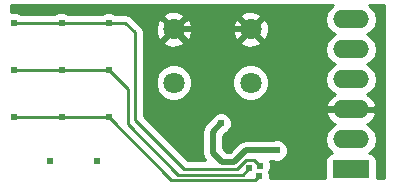
<source format=gbl>
G04 #@! TF.FileFunction,Copper,L2,Bot,Signal*
%FSLAX46Y46*%
G04 Gerber Fmt 4.6, Leading zero omitted, Abs format (unit mm)*
G04 Created by KiCad (PCBNEW 4.0.7) date 03/28/18 22:17:57*
%MOMM*%
%LPD*%
G01*
G04 APERTURE LIST*
%ADD10C,0.100000*%
%ADD11R,3.048000X1.524000*%
%ADD12O,3.048000X1.524000*%
%ADD13C,1.800000*%
%ADD14C,0.609600*%
%ADD15C,0.508000*%
%ADD16C,0.254000*%
G04 APERTURE END LIST*
D10*
D11*
X170500000Y-95100000D03*
D12*
X170500000Y-92560000D03*
X170500000Y-90020000D03*
X170500000Y-87480000D03*
X170500000Y-84940000D03*
X170500000Y-82400000D03*
D13*
X155500000Y-83250000D03*
X162000000Y-83250000D03*
X155500000Y-87750000D03*
X162000000Y-87750000D03*
D14*
X160250000Y-93500000D03*
X161000000Y-91200000D03*
X164200000Y-93500000D03*
X159500000Y-91200000D03*
X162800000Y-94800000D03*
X150000000Y-82700000D03*
X146000000Y-82700000D03*
X142000000Y-82700000D03*
X161900000Y-95000000D03*
X142000000Y-86700000D03*
X146000000Y-86700000D03*
X150000000Y-86700000D03*
X162700000Y-95700000D03*
X150000000Y-90700000D03*
X146000000Y-90700000D03*
X142000000Y-90700000D03*
X145000000Y-94400000D03*
X149000000Y-94400000D03*
D15*
X162000000Y-83250000D02*
X160727208Y-83250000D01*
X160727208Y-83250000D02*
X155500000Y-83250000D01*
X164000000Y-90020000D02*
X170500000Y-90020000D01*
X162180000Y-90020000D02*
X164000000Y-90020000D01*
X164000000Y-90020000D02*
X164000000Y-85250000D01*
X164000000Y-85250000D02*
X162000000Y-83250000D01*
X161000000Y-91200000D02*
X162180000Y-90020000D01*
X160250000Y-93500000D02*
X160250000Y-91950000D01*
X160250000Y-91950000D02*
X161000000Y-91200000D01*
X158800000Y-93700000D02*
X158800000Y-91900000D01*
X158800000Y-91900000D02*
X159500000Y-91200000D01*
X159600000Y-94500000D02*
X158800000Y-93700000D01*
X160600000Y-94500000D02*
X159600000Y-94500000D01*
X161600000Y-93500000D02*
X160600000Y-94500000D01*
X164200000Y-93500000D02*
X161600000Y-93500000D01*
D16*
X162800000Y-94800000D02*
X162281009Y-94281009D01*
X162281009Y-94281009D02*
X161640663Y-94281009D01*
X161640663Y-94281009D02*
X160840662Y-95081011D01*
X160840662Y-95081011D02*
X156381011Y-95081011D01*
X156381011Y-95081011D02*
X152200000Y-90900000D01*
X152200000Y-90900000D02*
X152200000Y-83500000D01*
X152200000Y-83500000D02*
X151400000Y-82700000D01*
X151400000Y-82700000D02*
X150000000Y-82700000D01*
X146000000Y-82700000D02*
X150000000Y-82700000D01*
X142000000Y-82700000D02*
X146000000Y-82700000D01*
X150000000Y-86700000D02*
X151600000Y-88300000D01*
X151600000Y-88300000D02*
X151600000Y-91300000D01*
X151600000Y-91300000D02*
X155835021Y-95535021D01*
X155835021Y-95535021D02*
X161364979Y-95535021D01*
X161364979Y-95535021D02*
X161900000Y-95000000D01*
X146000000Y-86700000D02*
X150000000Y-86700000D01*
X142000000Y-86700000D02*
X146000000Y-86700000D01*
X150000000Y-90700000D02*
X155304799Y-96004799D01*
X155304799Y-96004799D02*
X162395201Y-96004799D01*
X162395201Y-96004799D02*
X162700000Y-95700000D01*
X146000000Y-90700000D02*
X150000000Y-90700000D01*
X142000000Y-90700000D02*
X142431052Y-90700000D01*
X142431052Y-90700000D02*
X146000000Y-90700000D01*
G36*
X168707875Y-81412172D02*
X168405043Y-81865391D01*
X168298703Y-82400000D01*
X168405043Y-82934609D01*
X168707875Y-83387828D01*
X169130174Y-83670000D01*
X168707875Y-83952172D01*
X168405043Y-84405391D01*
X168298703Y-84940000D01*
X168405043Y-85474609D01*
X168707875Y-85927828D01*
X169130174Y-86210000D01*
X168707875Y-86492172D01*
X168405043Y-86945391D01*
X168298703Y-87480000D01*
X168405043Y-88014609D01*
X168707875Y-88467828D01*
X169145662Y-88760349D01*
X169086059Y-88777941D01*
X168660370Y-89121974D01*
X168398740Y-89602723D01*
X168383780Y-89676930D01*
X168506280Y-89893000D01*
X170373000Y-89893000D01*
X170373000Y-89873000D01*
X170627000Y-89873000D01*
X170627000Y-89893000D01*
X172493720Y-89893000D01*
X172616220Y-89676930D01*
X172601260Y-89602723D01*
X172339630Y-89121974D01*
X171913941Y-88777941D01*
X171854338Y-88760349D01*
X172292125Y-88467828D01*
X172594957Y-88014609D01*
X172701297Y-87480000D01*
X172594957Y-86945391D01*
X172292125Y-86492172D01*
X171869826Y-86210000D01*
X172292125Y-85927828D01*
X172594957Y-85474609D01*
X172701297Y-84940000D01*
X172594957Y-84405391D01*
X172292125Y-83952172D01*
X171869826Y-83670000D01*
X172292125Y-83387828D01*
X172594957Y-82934609D01*
X172701297Y-82400000D01*
X172594957Y-81865391D01*
X172292125Y-81412172D01*
X171989554Y-81210000D01*
X173290000Y-81210000D01*
X173290000Y-95790000D01*
X172671440Y-95790000D01*
X172671440Y-94338000D01*
X172627162Y-94102683D01*
X172488090Y-93886559D01*
X172275890Y-93741569D01*
X172065834Y-93699032D01*
X172292125Y-93547828D01*
X172594957Y-93094609D01*
X172701297Y-92560000D01*
X172594957Y-92025391D01*
X172292125Y-91572172D01*
X171854338Y-91279651D01*
X171913941Y-91262059D01*
X172339630Y-90918026D01*
X172601260Y-90437277D01*
X172616220Y-90363070D01*
X172493720Y-90147000D01*
X170627000Y-90147000D01*
X170627000Y-90167000D01*
X170373000Y-90167000D01*
X170373000Y-90147000D01*
X168506280Y-90147000D01*
X168383780Y-90363070D01*
X168398740Y-90437277D01*
X168660370Y-90918026D01*
X169086059Y-91262059D01*
X169145662Y-91279651D01*
X168707875Y-91572172D01*
X168405043Y-92025391D01*
X168298703Y-92560000D01*
X168405043Y-93094609D01*
X168707875Y-93547828D01*
X168933466Y-93698563D01*
X168740683Y-93734838D01*
X168524559Y-93873910D01*
X168379569Y-94086110D01*
X168328560Y-94338000D01*
X168328560Y-95790000D01*
X163639722Y-95790000D01*
X163639963Y-95513882D01*
X163574301Y-95354969D01*
X163596259Y-95333049D01*
X163739637Y-94987758D01*
X163739963Y-94613882D01*
X163647043Y-94389000D01*
X163890295Y-94389000D01*
X164012242Y-94439637D01*
X164386118Y-94439963D01*
X164731659Y-94297188D01*
X164996259Y-94033049D01*
X165139637Y-93687758D01*
X165139963Y-93313882D01*
X164997188Y-92968341D01*
X164733049Y-92703741D01*
X164387758Y-92560363D01*
X164013882Y-92560037D01*
X163890542Y-92611000D01*
X161600000Y-92611000D01*
X161259795Y-92678670D01*
X160971382Y-92871382D01*
X160231764Y-93611000D01*
X159968236Y-93611000D01*
X159689000Y-93331764D01*
X159689000Y-92268236D01*
X159909624Y-92047612D01*
X160031659Y-91997188D01*
X160296259Y-91733049D01*
X160439637Y-91387758D01*
X160439963Y-91013882D01*
X160297188Y-90668341D01*
X160033049Y-90403741D01*
X159687758Y-90260363D01*
X159313882Y-90260037D01*
X158968341Y-90402812D01*
X158703741Y-90666951D01*
X158652563Y-90790201D01*
X158171382Y-91271382D01*
X157978671Y-91559794D01*
X157911000Y-91900000D01*
X157911000Y-93700000D01*
X157978671Y-94040206D01*
X158131106Y-94268341D01*
X158164963Y-94319011D01*
X156696642Y-94319011D01*
X152962000Y-90584370D01*
X152962000Y-88053991D01*
X153964735Y-88053991D01*
X154197932Y-88618371D01*
X154629357Y-89050551D01*
X155193330Y-89284733D01*
X155803991Y-89285265D01*
X156368371Y-89052068D01*
X156800551Y-88620643D01*
X157034733Y-88056670D01*
X157034735Y-88053991D01*
X160464735Y-88053991D01*
X160697932Y-88618371D01*
X161129357Y-89050551D01*
X161693330Y-89284733D01*
X162303991Y-89285265D01*
X162868371Y-89052068D01*
X163300551Y-88620643D01*
X163534733Y-88056670D01*
X163535265Y-87446009D01*
X163302068Y-86881629D01*
X162870643Y-86449449D01*
X162306670Y-86215267D01*
X161696009Y-86214735D01*
X161131629Y-86447932D01*
X160699449Y-86879357D01*
X160465267Y-87443330D01*
X160464735Y-88053991D01*
X157034735Y-88053991D01*
X157035265Y-87446009D01*
X156802068Y-86881629D01*
X156370643Y-86449449D01*
X155806670Y-86215267D01*
X155196009Y-86214735D01*
X154631629Y-86447932D01*
X154199449Y-86879357D01*
X153965267Y-87443330D01*
X153964735Y-88053991D01*
X152962000Y-88053991D01*
X152962000Y-84330159D01*
X154599446Y-84330159D01*
X154685852Y-84586643D01*
X155259336Y-84796458D01*
X155869460Y-84770839D01*
X156314148Y-84586643D01*
X156400554Y-84330159D01*
X161099446Y-84330159D01*
X161185852Y-84586643D01*
X161759336Y-84796458D01*
X162369460Y-84770839D01*
X162814148Y-84586643D01*
X162900554Y-84330159D01*
X162000000Y-83429605D01*
X161099446Y-84330159D01*
X156400554Y-84330159D01*
X155500000Y-83429605D01*
X154599446Y-84330159D01*
X152962000Y-84330159D01*
X152962000Y-83500000D01*
X152903996Y-83208395D01*
X152770989Y-83009336D01*
X153953542Y-83009336D01*
X153979161Y-83619460D01*
X154163357Y-84064148D01*
X154419841Y-84150554D01*
X155320395Y-83250000D01*
X155679605Y-83250000D01*
X156580159Y-84150554D01*
X156836643Y-84064148D01*
X157046458Y-83490664D01*
X157026248Y-83009336D01*
X160453542Y-83009336D01*
X160479161Y-83619460D01*
X160663357Y-84064148D01*
X160919841Y-84150554D01*
X161820395Y-83250000D01*
X162179605Y-83250000D01*
X163080159Y-84150554D01*
X163336643Y-84064148D01*
X163546458Y-83490664D01*
X163520839Y-82880540D01*
X163336643Y-82435852D01*
X163080159Y-82349446D01*
X162179605Y-83250000D01*
X161820395Y-83250000D01*
X160919841Y-82349446D01*
X160663357Y-82435852D01*
X160453542Y-83009336D01*
X157026248Y-83009336D01*
X157020839Y-82880540D01*
X156836643Y-82435852D01*
X156580159Y-82349446D01*
X155679605Y-83250000D01*
X155320395Y-83250000D01*
X154419841Y-82349446D01*
X154163357Y-82435852D01*
X153953542Y-83009336D01*
X152770989Y-83009336D01*
X152738815Y-82961185D01*
X151947471Y-82169841D01*
X154599446Y-82169841D01*
X155500000Y-83070395D01*
X156400554Y-82169841D01*
X161099446Y-82169841D01*
X162000000Y-83070395D01*
X162900554Y-82169841D01*
X162814148Y-81913357D01*
X162240664Y-81703542D01*
X161630540Y-81729161D01*
X161185852Y-81913357D01*
X161099446Y-82169841D01*
X156400554Y-82169841D01*
X156314148Y-81913357D01*
X155740664Y-81703542D01*
X155130540Y-81729161D01*
X154685852Y-81913357D01*
X154599446Y-82169841D01*
X151947471Y-82169841D01*
X151938815Y-82161185D01*
X151691605Y-81996004D01*
X151400000Y-81938000D01*
X150567248Y-81938000D01*
X150533049Y-81903741D01*
X150187758Y-81760363D01*
X149813882Y-81760037D01*
X149468341Y-81902812D01*
X149433092Y-81938000D01*
X146567248Y-81938000D01*
X146533049Y-81903741D01*
X146187758Y-81760363D01*
X145813882Y-81760037D01*
X145468341Y-81902812D01*
X145433092Y-81938000D01*
X142567248Y-81938000D01*
X142533049Y-81903741D01*
X142187758Y-81760363D01*
X141813882Y-81760037D01*
X141710000Y-81802960D01*
X141710000Y-81210000D01*
X169010446Y-81210000D01*
X168707875Y-81412172D01*
X168707875Y-81412172D01*
G37*
X168707875Y-81412172D02*
X168405043Y-81865391D01*
X168298703Y-82400000D01*
X168405043Y-82934609D01*
X168707875Y-83387828D01*
X169130174Y-83670000D01*
X168707875Y-83952172D01*
X168405043Y-84405391D01*
X168298703Y-84940000D01*
X168405043Y-85474609D01*
X168707875Y-85927828D01*
X169130174Y-86210000D01*
X168707875Y-86492172D01*
X168405043Y-86945391D01*
X168298703Y-87480000D01*
X168405043Y-88014609D01*
X168707875Y-88467828D01*
X169145662Y-88760349D01*
X169086059Y-88777941D01*
X168660370Y-89121974D01*
X168398740Y-89602723D01*
X168383780Y-89676930D01*
X168506280Y-89893000D01*
X170373000Y-89893000D01*
X170373000Y-89873000D01*
X170627000Y-89873000D01*
X170627000Y-89893000D01*
X172493720Y-89893000D01*
X172616220Y-89676930D01*
X172601260Y-89602723D01*
X172339630Y-89121974D01*
X171913941Y-88777941D01*
X171854338Y-88760349D01*
X172292125Y-88467828D01*
X172594957Y-88014609D01*
X172701297Y-87480000D01*
X172594957Y-86945391D01*
X172292125Y-86492172D01*
X171869826Y-86210000D01*
X172292125Y-85927828D01*
X172594957Y-85474609D01*
X172701297Y-84940000D01*
X172594957Y-84405391D01*
X172292125Y-83952172D01*
X171869826Y-83670000D01*
X172292125Y-83387828D01*
X172594957Y-82934609D01*
X172701297Y-82400000D01*
X172594957Y-81865391D01*
X172292125Y-81412172D01*
X171989554Y-81210000D01*
X173290000Y-81210000D01*
X173290000Y-95790000D01*
X172671440Y-95790000D01*
X172671440Y-94338000D01*
X172627162Y-94102683D01*
X172488090Y-93886559D01*
X172275890Y-93741569D01*
X172065834Y-93699032D01*
X172292125Y-93547828D01*
X172594957Y-93094609D01*
X172701297Y-92560000D01*
X172594957Y-92025391D01*
X172292125Y-91572172D01*
X171854338Y-91279651D01*
X171913941Y-91262059D01*
X172339630Y-90918026D01*
X172601260Y-90437277D01*
X172616220Y-90363070D01*
X172493720Y-90147000D01*
X170627000Y-90147000D01*
X170627000Y-90167000D01*
X170373000Y-90167000D01*
X170373000Y-90147000D01*
X168506280Y-90147000D01*
X168383780Y-90363070D01*
X168398740Y-90437277D01*
X168660370Y-90918026D01*
X169086059Y-91262059D01*
X169145662Y-91279651D01*
X168707875Y-91572172D01*
X168405043Y-92025391D01*
X168298703Y-92560000D01*
X168405043Y-93094609D01*
X168707875Y-93547828D01*
X168933466Y-93698563D01*
X168740683Y-93734838D01*
X168524559Y-93873910D01*
X168379569Y-94086110D01*
X168328560Y-94338000D01*
X168328560Y-95790000D01*
X163639722Y-95790000D01*
X163639963Y-95513882D01*
X163574301Y-95354969D01*
X163596259Y-95333049D01*
X163739637Y-94987758D01*
X163739963Y-94613882D01*
X163647043Y-94389000D01*
X163890295Y-94389000D01*
X164012242Y-94439637D01*
X164386118Y-94439963D01*
X164731659Y-94297188D01*
X164996259Y-94033049D01*
X165139637Y-93687758D01*
X165139963Y-93313882D01*
X164997188Y-92968341D01*
X164733049Y-92703741D01*
X164387758Y-92560363D01*
X164013882Y-92560037D01*
X163890542Y-92611000D01*
X161600000Y-92611000D01*
X161259795Y-92678670D01*
X160971382Y-92871382D01*
X160231764Y-93611000D01*
X159968236Y-93611000D01*
X159689000Y-93331764D01*
X159689000Y-92268236D01*
X159909624Y-92047612D01*
X160031659Y-91997188D01*
X160296259Y-91733049D01*
X160439637Y-91387758D01*
X160439963Y-91013882D01*
X160297188Y-90668341D01*
X160033049Y-90403741D01*
X159687758Y-90260363D01*
X159313882Y-90260037D01*
X158968341Y-90402812D01*
X158703741Y-90666951D01*
X158652563Y-90790201D01*
X158171382Y-91271382D01*
X157978671Y-91559794D01*
X157911000Y-91900000D01*
X157911000Y-93700000D01*
X157978671Y-94040206D01*
X158131106Y-94268341D01*
X158164963Y-94319011D01*
X156696642Y-94319011D01*
X152962000Y-90584370D01*
X152962000Y-88053991D01*
X153964735Y-88053991D01*
X154197932Y-88618371D01*
X154629357Y-89050551D01*
X155193330Y-89284733D01*
X155803991Y-89285265D01*
X156368371Y-89052068D01*
X156800551Y-88620643D01*
X157034733Y-88056670D01*
X157034735Y-88053991D01*
X160464735Y-88053991D01*
X160697932Y-88618371D01*
X161129357Y-89050551D01*
X161693330Y-89284733D01*
X162303991Y-89285265D01*
X162868371Y-89052068D01*
X163300551Y-88620643D01*
X163534733Y-88056670D01*
X163535265Y-87446009D01*
X163302068Y-86881629D01*
X162870643Y-86449449D01*
X162306670Y-86215267D01*
X161696009Y-86214735D01*
X161131629Y-86447932D01*
X160699449Y-86879357D01*
X160465267Y-87443330D01*
X160464735Y-88053991D01*
X157034735Y-88053991D01*
X157035265Y-87446009D01*
X156802068Y-86881629D01*
X156370643Y-86449449D01*
X155806670Y-86215267D01*
X155196009Y-86214735D01*
X154631629Y-86447932D01*
X154199449Y-86879357D01*
X153965267Y-87443330D01*
X153964735Y-88053991D01*
X152962000Y-88053991D01*
X152962000Y-84330159D01*
X154599446Y-84330159D01*
X154685852Y-84586643D01*
X155259336Y-84796458D01*
X155869460Y-84770839D01*
X156314148Y-84586643D01*
X156400554Y-84330159D01*
X161099446Y-84330159D01*
X161185852Y-84586643D01*
X161759336Y-84796458D01*
X162369460Y-84770839D01*
X162814148Y-84586643D01*
X162900554Y-84330159D01*
X162000000Y-83429605D01*
X161099446Y-84330159D01*
X156400554Y-84330159D01*
X155500000Y-83429605D01*
X154599446Y-84330159D01*
X152962000Y-84330159D01*
X152962000Y-83500000D01*
X152903996Y-83208395D01*
X152770989Y-83009336D01*
X153953542Y-83009336D01*
X153979161Y-83619460D01*
X154163357Y-84064148D01*
X154419841Y-84150554D01*
X155320395Y-83250000D01*
X155679605Y-83250000D01*
X156580159Y-84150554D01*
X156836643Y-84064148D01*
X157046458Y-83490664D01*
X157026248Y-83009336D01*
X160453542Y-83009336D01*
X160479161Y-83619460D01*
X160663357Y-84064148D01*
X160919841Y-84150554D01*
X161820395Y-83250000D01*
X162179605Y-83250000D01*
X163080159Y-84150554D01*
X163336643Y-84064148D01*
X163546458Y-83490664D01*
X163520839Y-82880540D01*
X163336643Y-82435852D01*
X163080159Y-82349446D01*
X162179605Y-83250000D01*
X161820395Y-83250000D01*
X160919841Y-82349446D01*
X160663357Y-82435852D01*
X160453542Y-83009336D01*
X157026248Y-83009336D01*
X157020839Y-82880540D01*
X156836643Y-82435852D01*
X156580159Y-82349446D01*
X155679605Y-83250000D01*
X155320395Y-83250000D01*
X154419841Y-82349446D01*
X154163357Y-82435852D01*
X153953542Y-83009336D01*
X152770989Y-83009336D01*
X152738815Y-82961185D01*
X151947471Y-82169841D01*
X154599446Y-82169841D01*
X155500000Y-83070395D01*
X156400554Y-82169841D01*
X161099446Y-82169841D01*
X162000000Y-83070395D01*
X162900554Y-82169841D01*
X162814148Y-81913357D01*
X162240664Y-81703542D01*
X161630540Y-81729161D01*
X161185852Y-81913357D01*
X161099446Y-82169841D01*
X156400554Y-82169841D01*
X156314148Y-81913357D01*
X155740664Y-81703542D01*
X155130540Y-81729161D01*
X154685852Y-81913357D01*
X154599446Y-82169841D01*
X151947471Y-82169841D01*
X151938815Y-82161185D01*
X151691605Y-81996004D01*
X151400000Y-81938000D01*
X150567248Y-81938000D01*
X150533049Y-81903741D01*
X150187758Y-81760363D01*
X149813882Y-81760037D01*
X149468341Y-81902812D01*
X149433092Y-81938000D01*
X146567248Y-81938000D01*
X146533049Y-81903741D01*
X146187758Y-81760363D01*
X145813882Y-81760037D01*
X145468341Y-81902812D01*
X145433092Y-81938000D01*
X142567248Y-81938000D01*
X142533049Y-81903741D01*
X142187758Y-81760363D01*
X141813882Y-81760037D01*
X141710000Y-81802960D01*
X141710000Y-81210000D01*
X169010446Y-81210000D01*
X168707875Y-81412172D01*
M02*

</source>
